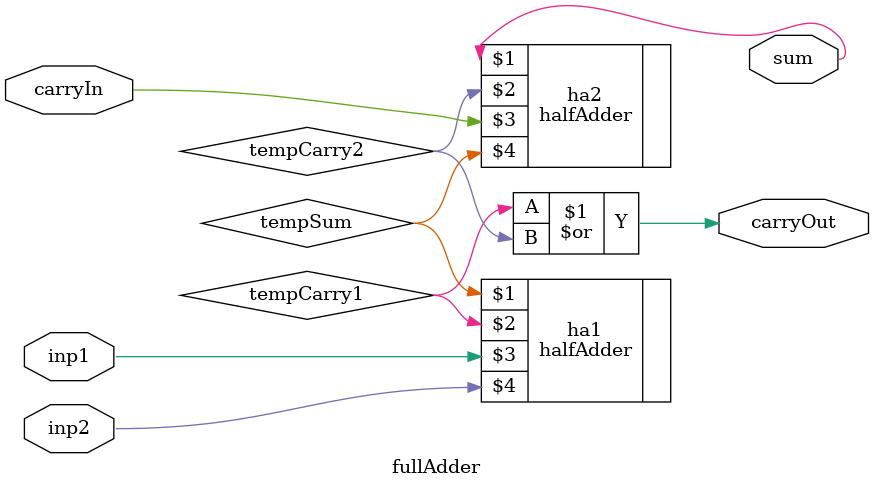
<source format=v>
module fullAdder(sum, carryOut, inp1, inp2, carryIn);
	// Input - Output declaration
	input inp1, inp2, carryIn;
	output sum, carryOut;
	
	// Variables
	wire tempSum, tempCarry1, tempCarry2;
	
	
	
	// Operation for full adder
	// Using 2 half adders to create a full adder
	// g1(carryOut) = tempCarry1 OR tempCarry2
	halfAdder ha1(tempSum, tempCarry1, inp1, inp2);
	halfAdder ha2(sum, tempCarry2, carryIn, tempSum);
	or g1(carryOut, tempCarry1, tempCarry2);
endmodule
</source>
